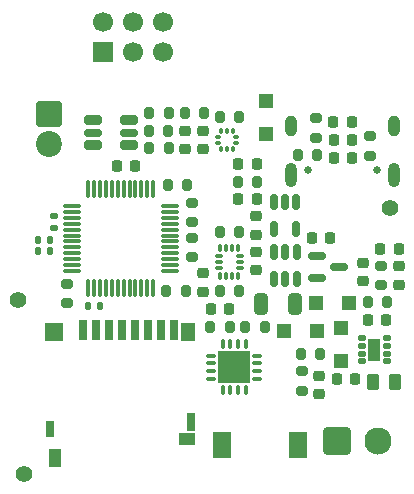
<source format=gbr>
%TF.GenerationSoftware,KiCad,Pcbnew,9.99.0-4037-gdf8ecb877a*%
%TF.CreationDate,2025-11-08T20:25:16-05:00*%
%TF.ProjectId,horizon-mini,686f7269-7a6f-46e2-9d6d-696e692e6b69,rev?*%
%TF.SameCoordinates,Original*%
%TF.FileFunction,Soldermask,Top*%
%TF.FilePolarity,Negative*%
%FSLAX46Y46*%
G04 Gerber Fmt 4.6, Leading zero omitted, Abs format (unit mm)*
G04 Created by KiCad (PCBNEW 9.99.0-4037-gdf8ecb877a) date 2025-11-08 20:25:16*
%MOMM*%
%LPD*%
G01*
G04 APERTURE LIST*
G04 Aperture macros list*
%AMRoundRect*
0 Rectangle with rounded corners*
0 $1 Rounding radius*
0 $2 $3 $4 $5 $6 $7 $8 $9 X,Y pos of 4 corners*
0 Add a 4 corners polygon primitive as box body*
4,1,4,$2,$3,$4,$5,$6,$7,$8,$9,$2,$3,0*
0 Add four circle primitives for the rounded corners*
1,1,$1+$1,$2,$3*
1,1,$1+$1,$4,$5*
1,1,$1+$1,$6,$7*
1,1,$1+$1,$8,$9*
0 Add four rect primitives between the rounded corners*
20,1,$1+$1,$2,$3,$4,$5,0*
20,1,$1+$1,$4,$5,$6,$7,0*
20,1,$1+$1,$6,$7,$8,$9,0*
20,1,$1+$1,$8,$9,$2,$3,0*%
G04 Aperture macros list end*
%ADD10C,1.400000*%
%ADD11RoundRect,0.200000X0.200000X0.275000X-0.200000X0.275000X-0.200000X-0.275000X0.200000X-0.275000X0*%
%ADD12RoundRect,0.150000X-0.587500X-0.150000X0.587500X-0.150000X0.587500X0.150000X-0.587500X0.150000X0*%
%ADD13RoundRect,0.200000X0.275000X-0.200000X0.275000X0.200000X-0.275000X0.200000X-0.275000X-0.200000X0*%
%ADD14RoundRect,0.225000X0.225000X0.250000X-0.225000X0.250000X-0.225000X-0.250000X0.225000X-0.250000X0*%
%ADD15RoundRect,0.200000X-0.275000X0.200000X-0.275000X-0.200000X0.275000X-0.200000X0.275000X0.200000X0*%
%ADD16R,1.200000X1.200000*%
%ADD17RoundRect,0.218750X-0.218750X-0.256250X0.218750X-0.256250X0.218750X0.256250X-0.218750X0.256250X0*%
%ADD18RoundRect,0.075000X-0.662500X-0.075000X0.662500X-0.075000X0.662500X0.075000X-0.662500X0.075000X0*%
%ADD19RoundRect,0.075000X-0.075000X-0.662500X0.075000X-0.662500X0.075000X0.662500X-0.075000X0.662500X0*%
%ADD20RoundRect,0.200000X-0.200000X-0.275000X0.200000X-0.275000X0.200000X0.275000X-0.200000X0.275000X0*%
%ADD21R,1.700000X1.700000*%
%ADD22C,1.700000*%
%ADD23RoundRect,0.225000X0.250000X-0.225000X0.250000X0.225000X-0.250000X0.225000X-0.250000X-0.225000X0*%
%ADD24RoundRect,0.225000X-0.225000X-0.250000X0.225000X-0.250000X0.225000X0.250000X-0.225000X0.250000X0*%
%ADD25R,0.700000X1.750000*%
%ADD26R,1.450000X1.000000*%
%ADD27R,1.000000X1.550000*%
%ADD28R,0.800000X1.500000*%
%ADD29R,1.300000X1.500000*%
%ADD30R,1.500000X1.500000*%
%ADD31R,0.800000X1.400000*%
%ADD32RoundRect,0.150000X-0.150000X0.512500X-0.150000X-0.512500X0.150000X-0.512500X0.150000X0.512500X0*%
%ADD33RoundRect,0.135000X0.135000X0.185000X-0.135000X0.185000X-0.135000X-0.185000X0.135000X-0.185000X0*%
%ADD34RoundRect,0.250000X-0.325000X-0.650000X0.325000X-0.650000X0.325000X0.650000X-0.325000X0.650000X0*%
%ADD35R,1.500000X2.200000*%
%ADD36RoundRect,0.225000X-0.250000X0.225000X-0.250000X-0.225000X0.250000X-0.225000X0.250000X0.225000X0*%
%ADD37RoundRect,0.125000X-0.187500X-0.125000X0.187500X-0.125000X0.187500X0.125000X-0.187500X0.125000X0*%
%ADD38R,1.100000X1.900000*%
%ADD39RoundRect,0.218750X0.256250X-0.218750X0.256250X0.218750X-0.256250X0.218750X-0.256250X-0.218750X0*%
%ADD40RoundRect,0.140000X0.140000X0.170000X-0.140000X0.170000X-0.140000X-0.170000X0.140000X-0.170000X0*%
%ADD41RoundRect,0.087500X0.087500X-0.225000X0.087500X0.225000X-0.087500X0.225000X-0.087500X-0.225000X0*%
%ADD42RoundRect,0.087500X0.225000X-0.087500X0.225000X0.087500X-0.225000X0.087500X-0.225000X-0.087500X0*%
%ADD43RoundRect,0.087500X-0.125000X-0.087500X0.125000X-0.087500X0.125000X0.087500X-0.125000X0.087500X0*%
%ADD44RoundRect,0.087500X-0.087500X-0.125000X0.087500X-0.125000X0.087500X0.125000X-0.087500X0.125000X0*%
%ADD45RoundRect,0.250001X-0.899999X-0.899999X0.899999X-0.899999X0.899999X0.899999X-0.899999X0.899999X0*%
%ADD46C,2.300000*%
%ADD47RoundRect,0.150000X0.150000X-0.512500X0.150000X0.512500X-0.150000X0.512500X-0.150000X-0.512500X0*%
%ADD48RoundRect,0.087500X-0.325000X-0.087500X0.325000X-0.087500X0.325000X0.087500X-0.325000X0.087500X0*%
%ADD49RoundRect,0.087500X-0.087500X-0.325000X0.087500X-0.325000X0.087500X0.325000X-0.087500X0.325000X0*%
%ADD50R,2.700000X2.700000*%
%ADD51RoundRect,0.218750X0.218750X0.256250X-0.218750X0.256250X-0.218750X-0.256250X0.218750X-0.256250X0*%
%ADD52RoundRect,0.250000X-0.262500X-0.450000X0.262500X-0.450000X0.262500X0.450000X-0.262500X0.450000X0*%
%ADD53RoundRect,0.140000X-0.140000X-0.170000X0.140000X-0.170000X0.140000X0.170000X-0.140000X0.170000X0*%
%ADD54RoundRect,0.160000X0.565000X0.240000X-0.565000X0.240000X-0.565000X-0.240000X0.565000X-0.240000X0*%
%ADD55RoundRect,0.120000X0.605000X0.180000X-0.605000X0.180000X-0.605000X-0.180000X0.605000X-0.180000X0*%
%ADD56RoundRect,0.140000X-0.170000X0.140000X-0.170000X-0.140000X0.170000X-0.140000X0.170000X0.140000X0*%
%ADD57RoundRect,0.249999X-0.850001X0.850001X-0.850001X-0.850001X0.850001X-0.850001X0.850001X0.850001X0*%
%ADD58C,2.200000*%
%ADD59C,0.650000*%
%ADD60O,1.000000X1.800000*%
%ADD61O,1.000000X2.100000*%
G04 APERTURE END LIST*
D10*
%TO.C,*%
X168500000Y-112500000D03*
%TD*%
D11*
%TO.C,R25*%
X152766958Y-104464758D03*
X151116958Y-104464758D03*
%TD*%
%TO.C,R13*%
X149757500Y-104476159D03*
X148107500Y-104476159D03*
%TD*%
D12*
%TO.C,Q10*%
X162312500Y-116550000D03*
X162312500Y-118450000D03*
X164187500Y-117500000D03*
%TD*%
D11*
%TO.C,R19*%
X149757500Y-107408166D03*
X148107500Y-107408166D03*
%TD*%
D13*
%TO.C,R24*%
X151700298Y-113674330D03*
X151700298Y-112024330D03*
%TD*%
D14*
%TO.C,C47*%
X157182231Y-111704907D03*
X155632231Y-111704907D03*
%TD*%
D15*
%TO.C,R20*%
X151682500Y-114989848D03*
X151682500Y-116639848D03*
%TD*%
D16*
%TO.C,D10*%
X164987458Y-120555960D03*
X162187458Y-120555960D03*
%TD*%
D17*
%TO.C,D11*%
X155637012Y-108744294D03*
X157212012Y-108744294D03*
%TD*%
D18*
%TO.C,U5*%
X141520000Y-112314848D03*
X141520000Y-112814848D03*
X141520000Y-113314848D03*
X141520000Y-113814848D03*
X141520000Y-114314848D03*
X141520000Y-114814848D03*
X141520000Y-115314848D03*
X141520000Y-115814848D03*
X141520000Y-116314848D03*
X141520000Y-116814848D03*
X141520000Y-117314848D03*
X141520000Y-117814848D03*
D19*
X142932500Y-119227348D03*
X143432500Y-119227348D03*
X143932500Y-119227348D03*
X144432500Y-119227348D03*
X144932500Y-119227348D03*
X145432500Y-119227348D03*
X145932500Y-119227348D03*
X146432500Y-119227348D03*
X146932500Y-119227348D03*
X147432500Y-119227348D03*
X147932500Y-119227348D03*
X148432500Y-119227348D03*
D18*
X149845000Y-117814848D03*
X149845000Y-117314848D03*
X149845000Y-116814848D03*
X149845000Y-116314848D03*
X149845000Y-115814848D03*
X149845000Y-115314848D03*
X149845000Y-114814848D03*
X149845000Y-114314848D03*
X149845000Y-113814848D03*
X149845000Y-113314848D03*
X149845000Y-112814848D03*
X149845000Y-112314848D03*
D19*
X148432500Y-110902348D03*
X147932500Y-110902348D03*
X147432500Y-110902348D03*
X146932500Y-110902348D03*
X146432500Y-110902348D03*
X145932500Y-110902348D03*
X145432500Y-110902348D03*
X144932500Y-110902348D03*
X144432500Y-110902348D03*
X143932500Y-110902348D03*
X143432500Y-110902348D03*
X142932500Y-110902348D03*
%TD*%
D20*
%TO.C,R28*%
X154055700Y-119536707D03*
X155705700Y-119536707D03*
%TD*%
D21*
%TO.C,J8*%
X144170000Y-99250000D03*
D22*
X144170000Y-96710000D03*
X146710000Y-99250000D03*
X146710000Y-96710000D03*
X149250000Y-99250000D03*
X149250000Y-96710000D03*
%TD*%
D23*
%TO.C,C17*%
X162508162Y-128250680D03*
X162508162Y-126700680D03*
%TD*%
D24*
%TO.C,C10*%
X163975000Y-127000000D03*
X165525000Y-127000000D03*
%TD*%
D20*
%TO.C,R15*%
X160675000Y-107969011D03*
X162325000Y-107969011D03*
%TD*%
D25*
%TO.C,J3*%
X142487500Y-122850000D03*
X143587500Y-122850000D03*
X144687500Y-122850000D03*
X145787500Y-122850000D03*
X146887500Y-122850000D03*
X147987500Y-122850000D03*
X149087500Y-122850000D03*
X150187500Y-122850000D03*
D26*
X151312500Y-132075000D03*
D27*
X140087500Y-133650000D03*
D28*
X151637500Y-130575000D03*
D29*
X151387500Y-122975000D03*
D30*
X140037500Y-122975000D03*
D31*
X139687500Y-131225000D03*
%TD*%
D20*
%TO.C,R14*%
X155584270Y-110245906D03*
X157234270Y-110245906D03*
%TD*%
D32*
%TO.C,U16*%
X160567338Y-112008373D03*
X159617338Y-112008373D03*
X158667338Y-112008373D03*
X158667338Y-114283373D03*
X160567338Y-114283373D03*
%TD*%
D16*
%TO.C,D13*%
X157959458Y-106213734D03*
X157959458Y-103413734D03*
%TD*%
%TO.C,D6*%
X164337785Y-125400991D03*
X164337785Y-122600991D03*
%TD*%
D11*
%TO.C,R7*%
X168238518Y-120441079D03*
X166588518Y-120441079D03*
%TD*%
D33*
%TO.C,R5*%
X143954738Y-120739203D03*
X142934738Y-120739203D03*
%TD*%
D34*
%TO.C,C46*%
X157525000Y-120598225D03*
X160475000Y-120598225D03*
%TD*%
D35*
%TO.C,L7*%
X160689505Y-132564825D03*
X154289505Y-132564825D03*
%TD*%
D20*
%TO.C,R9*%
X153273613Y-122533518D03*
X154923613Y-122533518D03*
%TD*%
%TO.C,R26*%
X149543261Y-119491433D03*
X151193261Y-119491433D03*
%TD*%
%TO.C,R29*%
X154083225Y-104740063D03*
X155733225Y-104740063D03*
%TD*%
%TO.C,R4*%
X160908925Y-124868489D03*
X162558925Y-124868489D03*
%TD*%
D23*
%TO.C,C4*%
X152658866Y-107491147D03*
X152658866Y-105941147D03*
%TD*%
D13*
%TO.C,R16*%
X166750000Y-108044011D03*
X166750000Y-106394011D03*
%TD*%
D36*
%TO.C,C2*%
X157130700Y-116197383D03*
X157130700Y-117747383D03*
%TD*%
D20*
%TO.C,R10*%
X156243302Y-122534151D03*
X157893302Y-122534151D03*
%TD*%
D24*
%TO.C,C6*%
X145328526Y-108940285D03*
X146878526Y-108940285D03*
%TD*%
D14*
%TO.C,C38*%
X169229087Y-115921863D03*
X167679087Y-115921863D03*
%TD*%
D36*
%TO.C,C5*%
X157137653Y-113182732D03*
X157137653Y-114732732D03*
%TD*%
D37*
%TO.C,U1*%
X166077753Y-123517122D03*
X166077753Y-124167122D03*
X166077753Y-124817122D03*
X166077753Y-125467122D03*
X168202753Y-125467122D03*
X168202753Y-124817122D03*
X168202753Y-124167122D03*
X168202753Y-123517122D03*
D38*
X167140253Y-124492122D03*
%TD*%
D14*
%TO.C,C28*%
X165306298Y-108250000D03*
X163756298Y-108250000D03*
%TD*%
D10*
%TO.C,*%
X137000000Y-120250000D03*
%TD*%
%TO.C,REF\u002A\u002A*%
X168500000Y-112500000D03*
%TD*%
D23*
%TO.C,C1*%
X152630700Y-119561707D03*
X152630700Y-118011707D03*
%TD*%
D39*
%TO.C,D9*%
X166156497Y-118690991D03*
X166156497Y-117115991D03*
%TD*%
D40*
%TO.C,C12*%
X139674480Y-115156223D03*
X138714480Y-115156223D03*
%TD*%
D41*
%TO.C,U9*%
X154130700Y-118199207D03*
X154630700Y-118199207D03*
X155130700Y-118199207D03*
X155630700Y-118199207D03*
D42*
X155793200Y-117536707D03*
X155793200Y-117036707D03*
X155793200Y-116536707D03*
D41*
X155630700Y-115874207D03*
X155130700Y-115874207D03*
X154630700Y-115874207D03*
X154130700Y-115874207D03*
D42*
X153968200Y-116536707D03*
X153968200Y-117036707D03*
X153968200Y-117536707D03*
%TD*%
D43*
%TO.C,U7*%
X153914161Y-106502854D03*
X153914161Y-107002854D03*
D44*
X154176661Y-107515354D03*
X154676661Y-107515354D03*
X155176661Y-107515354D03*
D43*
X155439161Y-107002854D03*
X155439161Y-106502854D03*
D44*
X155176661Y-105990354D03*
X154676661Y-105990354D03*
X154176661Y-105990354D03*
%TD*%
D11*
%TO.C,R21*%
X155705700Y-114536707D03*
X154055700Y-114536707D03*
%TD*%
D45*
%TO.C,J2*%
X164000000Y-132250000D03*
D46*
X167500000Y-132250000D03*
%TD*%
D47*
%TO.C,U3*%
X158674069Y-118481725D03*
X159624069Y-118481725D03*
X160574069Y-118481725D03*
X160574069Y-116206725D03*
X159624069Y-116206725D03*
X158674069Y-116206725D03*
%TD*%
D13*
%TO.C,R3*%
X160999111Y-127970058D03*
X160999111Y-126320058D03*
%TD*%
D10*
%TO.C,*%
X137000000Y-120250000D03*
%TD*%
D13*
%TO.C,R22*%
X141168873Y-120559481D03*
X141168873Y-118909481D03*
%TD*%
D16*
%TO.C,D5*%
X159507980Y-122926292D03*
X162307980Y-122926292D03*
%TD*%
D48*
%TO.C,U2*%
X153316161Y-124990007D03*
X153316161Y-125640007D03*
X153316161Y-126290007D03*
X153316161Y-126940007D03*
D49*
X154303661Y-127927507D03*
X154953661Y-127927507D03*
X155603661Y-127927507D03*
X156253661Y-127927507D03*
D48*
X157241161Y-126940007D03*
X157241161Y-126290007D03*
X157241161Y-125640007D03*
X157241161Y-124990007D03*
D49*
X156253661Y-124002507D03*
X155603661Y-124002507D03*
X154953661Y-124002507D03*
X154303661Y-124002507D03*
D50*
X155278661Y-125965007D03*
%TD*%
D51*
%TO.C,D12*%
X165245529Y-105174028D03*
X163670529Y-105174028D03*
%TD*%
D14*
%TO.C,C40*%
X163445174Y-115017418D03*
X161895174Y-115017418D03*
%TD*%
D11*
%TO.C,R18*%
X149729970Y-105935280D03*
X148079970Y-105935280D03*
%TD*%
D23*
%TO.C,C37*%
X169226138Y-118980515D03*
X169226138Y-117430515D03*
%TD*%
D52*
%TO.C,R6*%
X167045740Y-127226637D03*
X168870740Y-127226637D03*
%TD*%
D10*
%TO.C,*%
X137500000Y-135000000D03*
%TD*%
D23*
%TO.C,C3*%
X151158866Y-107491147D03*
X151158866Y-105941147D03*
%TD*%
D24*
%TO.C,C39*%
X153326533Y-121006503D03*
X154876533Y-121006503D03*
%TD*%
D15*
%TO.C,R17*%
X162250000Y-104894011D03*
X162250000Y-106544011D03*
%TD*%
D53*
%TO.C,C11*%
X138722535Y-116119008D03*
X139682535Y-116119008D03*
%TD*%
D54*
%TO.C,D1*%
X146378526Y-107169095D03*
D55*
X146378526Y-106119095D03*
D54*
X146378526Y-105069095D03*
X143328526Y-105069095D03*
D55*
X143328526Y-106119095D03*
D54*
X143328526Y-107169095D03*
%TD*%
D14*
%TO.C,C29*%
X165300000Y-106719011D03*
X163750000Y-106719011D03*
%TD*%
D11*
%TO.C,R27*%
X151325000Y-110545939D03*
X149675000Y-110545939D03*
%TD*%
D13*
%TO.C,R8*%
X167717514Y-119000927D03*
X167717514Y-117350927D03*
%TD*%
D56*
%TO.C,C78*%
X140002023Y-113190777D03*
X140002023Y-114150777D03*
%TD*%
D14*
%TO.C,C14*%
X168186492Y-121951267D03*
X166636492Y-121951267D03*
%TD*%
D57*
%TO.C,J1*%
X139578473Y-104508907D03*
D58*
X139578473Y-107048907D03*
%TD*%
D59*
%TO.C,J7*%
X161571249Y-109224323D03*
X167351249Y-109224323D03*
D60*
X160141249Y-105544323D03*
D61*
X160141249Y-109724323D03*
D60*
X168781249Y-105544323D03*
D61*
X168781249Y-109724323D03*
%TD*%
M02*

</source>
